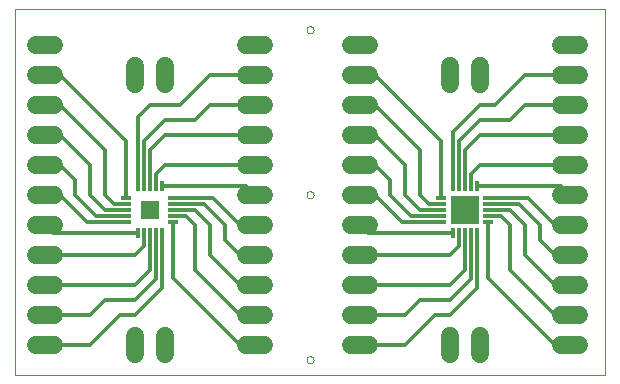
<source format=gtl>
G75*
%MOIN*%
%OFA0B0*%
%FSLAX24Y24*%
%IPPOS*%
%LPD*%
%AMOC8*
5,1,8,0,0,1.08239X$1,22.5*
%
%ADD10C,0.0000*%
%ADD11R,0.0118X0.0335*%
%ADD12R,0.0335X0.0118*%
%ADD13R,0.0591X0.0591*%
%ADD14R,0.0945X0.0945*%
%ADD15C,0.0600*%
%ADD16C,0.0120*%
D10*
X000100Y003500D02*
X000100Y015705D01*
X019785Y015705D01*
X019785Y003500D01*
X000100Y003500D01*
X009825Y004000D02*
X009827Y004021D01*
X009833Y004041D01*
X009842Y004061D01*
X009854Y004078D01*
X009869Y004092D01*
X009887Y004104D01*
X009907Y004112D01*
X009927Y004117D01*
X009948Y004118D01*
X009969Y004115D01*
X009989Y004109D01*
X010008Y004098D01*
X010025Y004085D01*
X010038Y004069D01*
X010049Y004051D01*
X010057Y004031D01*
X010061Y004011D01*
X010061Y003989D01*
X010057Y003969D01*
X010049Y003949D01*
X010038Y003931D01*
X010025Y003915D01*
X010008Y003902D01*
X009989Y003891D01*
X009969Y003885D01*
X009948Y003882D01*
X009927Y003883D01*
X009907Y003888D01*
X009887Y003896D01*
X009869Y003908D01*
X009854Y003922D01*
X009842Y003939D01*
X009833Y003959D01*
X009827Y003979D01*
X009825Y004000D01*
X009825Y009500D02*
X009827Y009521D01*
X009833Y009541D01*
X009842Y009561D01*
X009854Y009578D01*
X009869Y009592D01*
X009887Y009604D01*
X009907Y009612D01*
X009927Y009617D01*
X009948Y009618D01*
X009969Y009615D01*
X009989Y009609D01*
X010008Y009598D01*
X010025Y009585D01*
X010038Y009569D01*
X010049Y009551D01*
X010057Y009531D01*
X010061Y009511D01*
X010061Y009489D01*
X010057Y009469D01*
X010049Y009449D01*
X010038Y009431D01*
X010025Y009415D01*
X010008Y009402D01*
X009989Y009391D01*
X009969Y009385D01*
X009948Y009382D01*
X009927Y009383D01*
X009907Y009388D01*
X009887Y009396D01*
X009869Y009408D01*
X009854Y009422D01*
X009842Y009439D01*
X009833Y009459D01*
X009827Y009479D01*
X009825Y009500D01*
X009825Y015000D02*
X009827Y015021D01*
X009833Y015041D01*
X009842Y015061D01*
X009854Y015078D01*
X009869Y015092D01*
X009887Y015104D01*
X009907Y015112D01*
X009927Y015117D01*
X009948Y015118D01*
X009969Y015115D01*
X009989Y015109D01*
X010008Y015098D01*
X010025Y015085D01*
X010038Y015069D01*
X010049Y015051D01*
X010057Y015031D01*
X010061Y015011D01*
X010061Y014989D01*
X010057Y014969D01*
X010049Y014949D01*
X010038Y014931D01*
X010025Y014915D01*
X010008Y014902D01*
X009989Y014891D01*
X009969Y014885D01*
X009948Y014882D01*
X009927Y014883D01*
X009907Y014888D01*
X009887Y014896D01*
X009869Y014908D01*
X009854Y014922D01*
X009842Y014939D01*
X009833Y014959D01*
X009827Y014979D01*
X009825Y015000D01*
D11*
X004994Y009787D03*
X004797Y009787D03*
X004600Y009787D03*
X004403Y009787D03*
X004206Y009787D03*
X004206Y008213D03*
X004403Y008213D03*
X004600Y008213D03*
X004797Y008213D03*
X004994Y008213D03*
X014706Y008213D03*
X014903Y008213D03*
X015100Y008213D03*
X015297Y008213D03*
X015494Y008213D03*
X015494Y009787D03*
X015297Y009787D03*
X015100Y009787D03*
X014903Y009787D03*
X014706Y009787D03*
D12*
X014313Y009394D03*
X014313Y009197D03*
X014313Y009000D03*
X014313Y008803D03*
X014313Y008606D03*
X015887Y008606D03*
X015887Y008803D03*
X015887Y009000D03*
X015887Y009197D03*
X015887Y009394D03*
X005387Y009394D03*
X005387Y009197D03*
X005387Y009000D03*
X005387Y008803D03*
X005387Y008606D03*
X003813Y008606D03*
X003813Y008803D03*
X003813Y009000D03*
X003813Y009197D03*
X003813Y009394D03*
D13*
X004600Y009000D03*
D14*
X015100Y009000D03*
D15*
X011900Y008500D02*
X011300Y008500D01*
X011300Y009500D02*
X011900Y009500D01*
X011900Y010500D02*
X011300Y010500D01*
X011300Y011500D02*
X011900Y011500D01*
X011900Y012500D02*
X011300Y012500D01*
X011300Y013500D02*
X011900Y013500D01*
X011900Y014500D02*
X011300Y014500D01*
X008400Y014500D02*
X007800Y014500D01*
X007800Y013500D02*
X008400Y013500D01*
X008400Y012500D02*
X007800Y012500D01*
X007800Y011500D02*
X008400Y011500D01*
X008400Y010500D02*
X007800Y010500D01*
X007800Y009500D02*
X008400Y009500D01*
X008400Y008500D02*
X007800Y008500D01*
X007800Y007500D02*
X008400Y007500D01*
X008400Y006500D02*
X007800Y006500D01*
X007800Y005500D02*
X008400Y005500D01*
X008400Y004500D02*
X007800Y004500D01*
X005100Y004800D02*
X005100Y004200D01*
X004100Y004200D02*
X004100Y004800D01*
X001400Y004500D02*
X000800Y004500D01*
X000800Y005500D02*
X001400Y005500D01*
X001400Y006500D02*
X000800Y006500D01*
X000800Y007500D02*
X001400Y007500D01*
X001400Y008500D02*
X000800Y008500D01*
X000800Y009500D02*
X001400Y009500D01*
X001400Y010500D02*
X000800Y010500D01*
X000800Y011500D02*
X001400Y011500D01*
X001400Y012500D02*
X000800Y012500D01*
X000800Y013500D02*
X001400Y013500D01*
X001400Y014500D02*
X000800Y014500D01*
X004100Y013800D02*
X004100Y013200D01*
X005100Y013200D02*
X005100Y013800D01*
X011300Y007500D02*
X011900Y007500D01*
X011900Y006500D02*
X011300Y006500D01*
X011300Y005500D02*
X011900Y005500D01*
X011900Y004500D02*
X011300Y004500D01*
X014600Y004800D02*
X014600Y004200D01*
X015600Y004200D02*
X015600Y004800D01*
X018300Y004500D02*
X018900Y004500D01*
X018900Y005500D02*
X018300Y005500D01*
X018300Y006500D02*
X018900Y006500D01*
X018900Y007500D02*
X018300Y007500D01*
X018300Y008500D02*
X018900Y008500D01*
X018900Y009500D02*
X018300Y009500D01*
X018300Y010500D02*
X018900Y010500D01*
X018900Y011500D02*
X018300Y011500D01*
X018300Y012500D02*
X018900Y012500D01*
X018900Y013500D02*
X018300Y013500D01*
X018300Y014500D02*
X018900Y014500D01*
X015600Y013800D02*
X015600Y013200D01*
X014600Y013200D02*
X014600Y013800D01*
D16*
X015600Y012500D02*
X016100Y012500D01*
X017100Y013500D01*
X018600Y013500D01*
X018600Y012500D02*
X017100Y012500D01*
X016600Y012000D01*
X015600Y012000D01*
X014903Y011303D01*
X014903Y009787D01*
X014706Y009787D02*
X014706Y011606D01*
X015600Y012500D01*
X015600Y011500D02*
X018600Y011500D01*
X018600Y010500D02*
X015600Y010500D01*
X015297Y010197D01*
X015297Y009787D01*
X015494Y009787D02*
X018313Y009787D01*
X018600Y009500D01*
X018600Y008500D02*
X018100Y008500D01*
X017206Y009394D01*
X015887Y009394D01*
X015887Y009197D02*
X016903Y009197D01*
X017600Y008500D01*
X017600Y008000D01*
X018100Y007500D01*
X018600Y007500D01*
X018600Y006500D02*
X018100Y006500D01*
X017100Y007500D01*
X017100Y008500D01*
X016600Y009000D01*
X015887Y009000D01*
X015887Y008803D02*
X016297Y008803D01*
X016600Y008500D01*
X016600Y007000D01*
X018100Y005500D01*
X018600Y005500D01*
X018600Y004500D02*
X018100Y004500D01*
X015887Y006713D01*
X015887Y008606D01*
X015494Y008213D02*
X015494Y006394D01*
X014600Y005500D01*
X014100Y005500D01*
X013100Y004500D01*
X011600Y004500D01*
X011600Y005500D02*
X013100Y005500D01*
X013600Y006000D01*
X014600Y006000D01*
X015297Y006697D01*
X015297Y008213D01*
X015100Y008213D02*
X015100Y007000D01*
X014600Y006500D01*
X011600Y006500D01*
X011600Y007500D02*
X014600Y007500D01*
X014903Y007803D01*
X014903Y008213D01*
X014706Y008213D02*
X011887Y008213D01*
X011600Y008500D01*
X011600Y009500D02*
X012100Y009500D01*
X012994Y008606D01*
X014313Y008606D01*
X014313Y008803D02*
X013297Y008803D01*
X012600Y009500D01*
X012600Y010000D01*
X012100Y010500D01*
X011600Y010500D01*
X011600Y011500D02*
X012100Y011500D01*
X013100Y010500D01*
X013100Y009500D01*
X013600Y009000D01*
X014313Y009000D01*
X014313Y009197D02*
X013903Y009197D01*
X013600Y009500D01*
X013600Y011000D01*
X012100Y012500D01*
X011600Y012500D01*
X011600Y013500D02*
X012100Y013500D01*
X014313Y011287D01*
X014313Y009394D01*
X015100Y009787D02*
X015100Y011000D01*
X015600Y011500D01*
X008100Y011500D02*
X005100Y011500D01*
X004600Y011000D01*
X004600Y009787D01*
X004403Y009787D02*
X004403Y011303D01*
X005100Y012000D01*
X006100Y012000D01*
X006600Y012500D01*
X008100Y012500D01*
X008100Y013500D02*
X006600Y013500D01*
X005600Y012500D01*
X004600Y012500D01*
X004206Y012106D01*
X004206Y009787D01*
X003813Y009394D02*
X003813Y011287D01*
X001600Y013500D01*
X001100Y013500D01*
X001100Y012500D02*
X001600Y012500D01*
X003100Y011000D01*
X003100Y009500D01*
X003403Y009197D01*
X003813Y009197D01*
X003813Y009000D02*
X003100Y009000D01*
X002600Y009500D01*
X002600Y010500D01*
X001600Y011500D01*
X001100Y011500D01*
X001100Y010500D02*
X001600Y010500D01*
X002100Y010000D01*
X002100Y009500D01*
X002797Y008803D01*
X003813Y008803D01*
X003813Y008606D02*
X002494Y008606D01*
X001600Y009500D01*
X001100Y009500D01*
X001100Y008500D02*
X001387Y008213D01*
X004206Y008213D01*
X004403Y008213D02*
X004403Y007803D01*
X004100Y007500D01*
X001100Y007500D01*
X001100Y006500D02*
X004100Y006500D01*
X004600Y007000D01*
X004600Y008213D01*
X004797Y008213D02*
X004797Y006697D01*
X004100Y006000D01*
X003100Y006000D01*
X002600Y005500D01*
X001100Y005500D01*
X001100Y004500D02*
X002600Y004500D01*
X003600Y005500D01*
X004100Y005500D01*
X004994Y006394D01*
X004994Y008213D01*
X005387Y008606D02*
X005387Y006713D01*
X007600Y004500D01*
X008100Y004500D01*
X008100Y005500D02*
X007600Y005500D01*
X006100Y007000D01*
X006100Y008500D01*
X005797Y008803D01*
X005387Y008803D01*
X005387Y009000D02*
X006100Y009000D01*
X006600Y008500D01*
X006600Y007500D01*
X007600Y006500D01*
X008100Y006500D01*
X008100Y007500D02*
X007600Y007500D01*
X007100Y008000D01*
X007100Y008500D01*
X006403Y009197D01*
X005387Y009197D01*
X005387Y009394D02*
X006706Y009394D01*
X007600Y008500D01*
X008100Y008500D01*
X008100Y009500D02*
X007813Y009787D01*
X004994Y009787D01*
X004797Y009787D02*
X004797Y010197D01*
X005100Y010500D01*
X008100Y010500D01*
M02*

</source>
